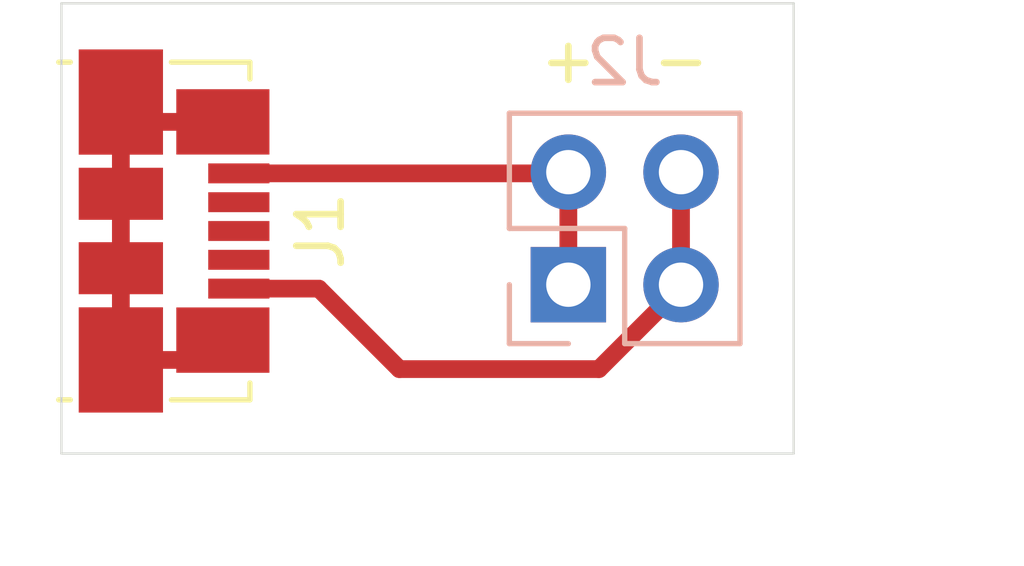
<source format=kicad_pcb>
(kicad_pcb (version 20171130) (host pcbnew 5.1.4-3.fc31)

  (general
    (thickness 1.6)
    (drawings 8)
    (tracks 15)
    (zones 0)
    (modules 2)
    (nets 7)
  )

  (page A4)
  (title_block
    (title "MicroUSB to PCB power Adapter")
    (date 2019-11-21)
    (rev 1.0)
    (company "MSc. Paweł Sobótka")
    (comment 1 "GNU GPLv3")
    (comment 2 "Design by SQ7EQE")
  )

  (layers
    (0 F.Cu signal)
    (31 B.Cu signal)
    (32 B.Adhes user)
    (33 F.Adhes user)
    (34 B.Paste user)
    (35 F.Paste user)
    (36 B.SilkS user)
    (37 F.SilkS user)
    (38 B.Mask user)
    (39 F.Mask user)
    (40 Dwgs.User user)
    (41 Cmts.User user)
    (42 Eco1.User user)
    (43 Eco2.User user)
    (44 Edge.Cuts user)
    (45 Margin user)
    (46 B.CrtYd user)
    (47 F.CrtYd user)
    (48 B.Fab user)
    (49 F.Fab user)
  )

  (setup
    (last_trace_width 0.25)
    (user_trace_width 0.4)
    (trace_clearance 0.2)
    (zone_clearance 0.508)
    (zone_45_only no)
    (trace_min 0.2)
    (via_size 0.8)
    (via_drill 0.4)
    (via_min_size 0.4)
    (via_min_drill 0.3)
    (uvia_size 0.3)
    (uvia_drill 0.1)
    (uvias_allowed no)
    (uvia_min_size 0.2)
    (uvia_min_drill 0.1)
    (edge_width 0.05)
    (segment_width 0.2)
    (pcb_text_width 0.3)
    (pcb_text_size 1.5 1.5)
    (mod_edge_width 0.12)
    (mod_text_size 1 1)
    (mod_text_width 0.15)
    (pad_size 1.524 1.524)
    (pad_drill 0.762)
    (pad_to_mask_clearance 0.051)
    (solder_mask_min_width 0.25)
    (aux_axis_origin 129.54 97.155)
    (visible_elements FFFFFF7F)
    (pcbplotparams
      (layerselection 0x092fc_ffffffff)
      (usegerberextensions false)
      (usegerberattributes true)
      (usegerberadvancedattributes true)
      (creategerberjobfile true)
      (excludeedgelayer true)
      (linewidth 0.150000)
      (plotframeref false)
      (viasonmask false)
      (mode 1)
      (useauxorigin true)
      (hpglpennumber 1)
      (hpglpenspeed 20)
      (hpglpendiameter 15.000000)
      (psnegative false)
      (psa4output false)
      (plotreference true)
      (plotvalue true)
      (plotinvisibletext false)
      (padsonsilk false)
      (subtractmaskfromsilk true)
      (outputformat 1)
      (mirror false)
      (drillshape 0)
      (scaleselection 1)
      (outputdirectory "plot/"))
  )

  (net 0 "")
  (net 1 "Net-(J1-Pad1)")
  (net 2 "Net-(J1-Pad2)")
  (net 3 "Net-(J1-Pad3)")
  (net 4 "Net-(J1-Pad4)")
  (net 5 "Net-(J1-Pad5)")
  (net 6 "Net-(J1-Pad6)")

  (net_class Default "To jest domyślna klasa połączeń."
    (clearance 0.2)
    (trace_width 0.25)
    (via_dia 0.8)
    (via_drill 0.4)
    (uvia_dia 0.3)
    (uvia_drill 0.1)
    (add_net "Net-(J1-Pad1)")
    (add_net "Net-(J1-Pad2)")
    (add_net "Net-(J1-Pad3)")
    (add_net "Net-(J1-Pad4)")
    (add_net "Net-(J1-Pad5)")
    (add_net "Net-(J1-Pad6)")
  )

  (module Connector_USB:USB_Micro-B_Molex_47346-0001 (layer F.Cu) (tedit 5A1DC0BD) (tstamp 5DD63F19)
    (at 132.08 92.133001 270)
    (descr "Micro USB B receptable with flange, bottom-mount, SMD, right-angle (http://www.molex.com/pdm_docs/sd/473460001_sd.pdf)")
    (tags "Micro B USB SMD")
    (path /5DD547A1)
    (attr smd)
    (fp_text reference J1 (at 0 -3.3 270) (layer F.SilkS)
      (effects (font (size 1 1) (thickness 0.15)))
    )
    (fp_text value Molex_47346-0001 (at 0 4.6 270) (layer F.Fab) hide
      (effects (font (size 1 1) (thickness 0.15)))
    )
    (fp_text user "PCB Edge" (at 0 2.67 270) (layer Dwgs.User)
      (effects (font (size 0.4 0.4) (thickness 0.04)))
    )
    (fp_text user %R (at 0 1.2 90) (layer F.Fab)
      (effects (font (size 1 1) (thickness 0.15)))
    )
    (fp_line (start 3.81 -1.71) (end 3.43 -1.71) (layer F.SilkS) (width 0.12))
    (fp_line (start 4.6 3.9) (end -4.6 3.9) (layer F.CrtYd) (width 0.05))
    (fp_line (start 4.6 -2.7) (end 4.6 3.9) (layer F.CrtYd) (width 0.05))
    (fp_line (start -4.6 -2.7) (end 4.6 -2.7) (layer F.CrtYd) (width 0.05))
    (fp_line (start -4.6 3.9) (end -4.6 -2.7) (layer F.CrtYd) (width 0.05))
    (fp_line (start 3.75 3.35) (end -3.75 3.35) (layer F.Fab) (width 0.1))
    (fp_line (start 3.75 -1.65) (end 3.75 3.35) (layer F.Fab) (width 0.1))
    (fp_line (start -3.75 -1.65) (end 3.75 -1.65) (layer F.Fab) (width 0.1))
    (fp_line (start -3.75 3.35) (end -3.75 -1.65) (layer F.Fab) (width 0.1))
    (fp_line (start 3.81 2.34) (end 3.81 2.6) (layer F.SilkS) (width 0.12))
    (fp_line (start 3.81 -1.71) (end 3.81 0.06) (layer F.SilkS) (width 0.12))
    (fp_line (start -3.81 -1.71) (end -3.43 -1.71) (layer F.SilkS) (width 0.12))
    (fp_line (start -3.81 0.06) (end -3.81 -1.71) (layer F.SilkS) (width 0.12))
    (fp_line (start -3.81 2.6) (end -3.81 2.34) (layer F.SilkS) (width 0.12))
    (fp_line (start -3.25 2.65) (end 3.25 2.65) (layer F.Fab) (width 0.1))
    (pad 1 smd rect (at -1.3 -1.46 270) (size 0.45 1.38) (layers F.Cu F.Paste F.Mask)
      (net 1 "Net-(J1-Pad1)"))
    (pad 2 smd rect (at -0.65 -1.46 270) (size 0.45 1.38) (layers F.Cu F.Paste F.Mask)
      (net 2 "Net-(J1-Pad2)"))
    (pad 3 smd rect (at 0 -1.46 270) (size 0.45 1.38) (layers F.Cu F.Paste F.Mask)
      (net 3 "Net-(J1-Pad3)"))
    (pad 4 smd rect (at 0.65 -1.46 270) (size 0.45 1.38) (layers F.Cu F.Paste F.Mask)
      (net 4 "Net-(J1-Pad4)"))
    (pad 5 smd rect (at 1.3 -1.46 270) (size 0.45 1.38) (layers F.Cu F.Paste F.Mask)
      (net 5 "Net-(J1-Pad5)"))
    (pad 6 smd rect (at -2.4625 -1.1 270) (size 1.475 2.1) (layers F.Cu F.Paste F.Mask)
      (net 6 "Net-(J1-Pad6)"))
    (pad 6 smd rect (at 2.4625 -1.1 270) (size 1.475 2.1) (layers F.Cu F.Paste F.Mask)
      (net 6 "Net-(J1-Pad6)"))
    (pad 6 smd rect (at -2.91 1.2 270) (size 2.375 1.9) (layers F.Cu F.Paste F.Mask)
      (net 6 "Net-(J1-Pad6)"))
    (pad 6 smd rect (at 2.91 1.2 270) (size 2.375 1.9) (layers F.Cu F.Paste F.Mask)
      (net 6 "Net-(J1-Pad6)"))
    (pad 6 smd rect (at -0.84 1.2 270) (size 1.175 1.9) (layers F.Cu F.Paste F.Mask)
      (net 6 "Net-(J1-Pad6)"))
    (pad 6 smd rect (at 0.84 1.2 270) (size 1.175 1.9) (layers F.Cu F.Paste F.Mask)
      (net 6 "Net-(J1-Pad6)"))
    (model ${KISYS3DMOD}/Connector_USB.3dshapes/USB_Micro-B_Molex_47346-0001.wrl
      (at (xyz 0 0 0))
      (scale (xyz 1 1 1))
      (rotate (xyz 0 0 0))
    )
  )

  (module pinheader:PinHeader_2x02_P2.54mm_Top_Bottom_Vertical (layer B.Cu) (tedit 5DD5EC17) (tstamp 5DD63F33)
    (at 140.97 93.345)
    (descr "Through hole straight pin header, 2x02, 2.54mm pitch, double rows")
    (tags "Through hole pin header THT 2x02 2.54mm double row")
    (path /5DD69890)
    (fp_text reference J2 (at 1.27 -5.026999) (layer B.SilkS)
      (effects (font (size 1 1) (thickness 0.15)) (justify mirror))
    )
    (fp_text value PinHeader_02x02_Top_Bottom (at 0.635 5.133001) (layer B.Fab) hide
      (effects (font (size 1 1) (thickness 0.15)) (justify mirror))
    )
    (fp_line (start 0 1.27) (end 3.81 1.27) (layer B.Fab) (width 0.1))
    (fp_line (start 3.81 1.27) (end 3.81 -3.81) (layer B.Fab) (width 0.1))
    (fp_line (start 3.81 -3.81) (end -1.27 -3.81) (layer B.Fab) (width 0.1))
    (fp_line (start -1.27 -3.81) (end -1.27 0) (layer B.Fab) (width 0.1))
    (fp_line (start -1.27 0) (end 0 1.27) (layer B.Fab) (width 0.1))
    (fp_line (start -1.33 -3.87) (end 3.87 -3.87) (layer B.SilkS) (width 0.12))
    (fp_line (start -1.33 -1.27) (end -1.33 -3.87) (layer B.SilkS) (width 0.12))
    (fp_line (start 3.87 1.33) (end 3.87 -3.87) (layer B.SilkS) (width 0.12))
    (fp_line (start -1.33 -1.27) (end 1.27 -1.27) (layer B.SilkS) (width 0.12))
    (fp_line (start 1.27 -1.27) (end 1.27 1.33) (layer B.SilkS) (width 0.12))
    (fp_line (start 1.27 1.33) (end 3.87 1.33) (layer B.SilkS) (width 0.12))
    (fp_line (start -1.33 0) (end -1.33 1.33) (layer B.SilkS) (width 0.12))
    (fp_line (start -1.33 1.33) (end 0 1.33) (layer B.SilkS) (width 0.12))
    (fp_line (start -1.8 1.8) (end -1.8 -4.35) (layer B.CrtYd) (width 0.05))
    (fp_line (start -1.8 -4.35) (end 4.35 -4.35) (layer B.CrtYd) (width 0.05))
    (fp_line (start 4.35 -4.35) (end 4.35 1.8) (layer B.CrtYd) (width 0.05))
    (fp_line (start 4.35 1.8) (end -1.8 1.8) (layer B.CrtYd) (width 0.05))
    (fp_text user %R (at 1.27 -1.27 -90) (layer B.Fab)
      (effects (font (size 1 1) (thickness 0.15)) (justify mirror))
    )
    (pad 1 thru_hole rect (at 0 0) (size 1.7 1.7) (drill 1) (layers *.Cu *.Mask)
      (net 1 "Net-(J1-Pad1)"))
    (pad 3 thru_hole oval (at 2.54 0) (size 1.7 1.7) (drill 1) (layers *.Cu *.Mask)
      (net 5 "Net-(J1-Pad5)"))
    (pad 2 thru_hole oval (at 0 -2.54) (size 1.7 1.7) (drill 1) (layers *.Cu *.Mask)
      (net 1 "Net-(J1-Pad1)"))
    (pad 4 thru_hole oval (at 2.54 -2.54) (size 1.7 1.7) (drill 1) (layers *.Cu *.Mask)
      (net 5 "Net-(J1-Pad5)"))
    (model ${KISYS3DMOD}/Connector_PinHeader_2.54mm.3dshapes/PinHeader_2x02_P2.54mm_Vertical.wrl
      (at (xyz 0 0 0))
      (scale (xyz 1 1 1))
      (rotate (xyz 0 0 0))
    )
  )

  (dimension 10.16 (width 0.15) (layer Cmts.User)
    (gr_text "10,160 mm" (at 149.89 92.075 90) (layer Cmts.User)
      (effects (font (size 1 1) (thickness 0.15)))
    )
    (feature1 (pts (xy 146.05 86.995) (xy 149.176421 86.995)))
    (feature2 (pts (xy 146.05 97.155) (xy 149.176421 97.155)))
    (crossbar (pts (xy 148.59 97.155) (xy 148.59 86.995)))
    (arrow1a (pts (xy 148.59 86.995) (xy 149.176421 88.121504)))
    (arrow1b (pts (xy 148.59 86.995) (xy 148.003579 88.121504)))
    (arrow2a (pts (xy 148.59 97.155) (xy 149.176421 96.028496)))
    (arrow2b (pts (xy 148.59 97.155) (xy 148.003579 96.028496)))
  )
  (dimension 16.51 (width 0.15) (layer Cmts.User)
    (gr_text "16,510 mm" (at 137.795 100.36) (layer Cmts.User)
      (effects (font (size 1 1) (thickness 0.15)))
    )
    (feature1 (pts (xy 146.05 97.155) (xy 146.05 99.646421)))
    (feature2 (pts (xy 129.54 97.155) (xy 129.54 99.646421)))
    (crossbar (pts (xy 129.54 99.06) (xy 146.05 99.06)))
    (arrow1a (pts (xy 146.05 99.06) (xy 144.923496 99.646421)))
    (arrow1b (pts (xy 146.05 99.06) (xy 144.923496 98.473579)))
    (arrow2a (pts (xy 129.54 99.06) (xy 130.666504 99.646421)))
    (arrow2b (pts (xy 129.54 99.06) (xy 130.666504 98.473579)))
  )
  (gr_line (start 129.54 97.155) (end 129.54 86.995) (layer Edge.Cuts) (width 0.05) (tstamp 5DD64483))
  (gr_line (start 146.05 97.155) (end 129.54 97.155) (layer Edge.Cuts) (width 0.05))
  (gr_line (start 146.05 86.995) (end 146.05 97.155) (layer Edge.Cuts) (width 0.05))
  (gr_line (start 129.54 86.995) (end 146.05 86.995) (layer Edge.Cuts) (width 0.05))
  (gr_text - (at 143.51 88.265) (layer F.SilkS)
    (effects (font (size 1 1) (thickness 0.15)))
  )
  (gr_text + (at 140.97 88.265) (layer F.SilkS)
    (effects (font (size 1 1) (thickness 0.15)))
  )

  (segment (start 140.945 90.833001) (end 140.97 90.858001) (width 0.4) (layer F.Cu) (net 1))
  (segment (start 133.54 90.833001) (end 140.945 90.833001) (width 0.4) (layer F.Cu) (net 1))
  (segment (start 140.97 90.858001) (end 140.97 93.398001) (width 0.4) (layer F.Cu) (net 1))
  (segment (start 133.54 93.433001) (end 135.343001 93.433001) (width 0.4) (layer F.Cu) (net 5))
  (segment (start 135.343001 93.433001) (end 137.16 95.25) (width 0.4) (layer F.Cu) (net 5))
  (segment (start 141.658001 95.25) (end 143.51 93.398001) (width 0.4) (layer F.Cu) (net 5))
  (segment (start 137.16 95.25) (end 141.658001 95.25) (width 0.4) (layer F.Cu) (net 5))
  (segment (start 143.51 93.398001) (end 143.51 90.858001) (width 0.4) (layer F.Cu) (net 5))
  (segment (start 131.3275 89.670501) (end 130.88 89.223001) (width 0.4) (layer F.Cu) (net 6))
  (segment (start 133.18 89.670501) (end 131.3275 89.670501) (width 0.4) (layer F.Cu) (net 6))
  (segment (start 130.88 89.223001) (end 130.88 91.293001) (width 0.4) (layer F.Cu) (net 6))
  (segment (start 130.88 91.293001) (end 130.88 92.973001) (width 0.4) (layer F.Cu) (net 6))
  (segment (start 130.88 92.973001) (end 130.88 95.043001) (width 0.4) (layer F.Cu) (net 6))
  (segment (start 132.7325 95.043001) (end 133.18 94.595501) (width 0.4) (layer F.Cu) (net 6))
  (segment (start 130.88 95.043001) (end 132.7325 95.043001) (width 0.4) (layer F.Cu) (net 6))

)

</source>
